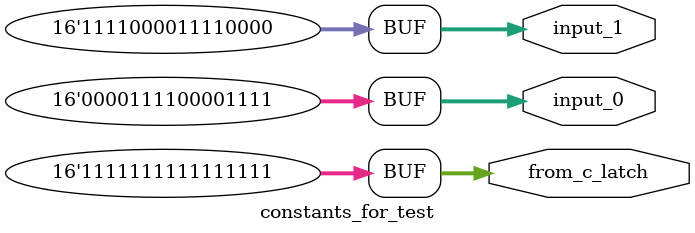
<source format=v>
`timescale 1ns / 1ps
module constants_for_test(
	output [15:0] from_c_latch,
	output [15:0] input_0,
	output [15:0] input_1
    );
	
	assign from_c_latch = 16'b1111111111111111;
	assign input_0 = 16'b0000111100001111;
	assign input_1 = 16'b1111000011110000;

endmodule

</source>
